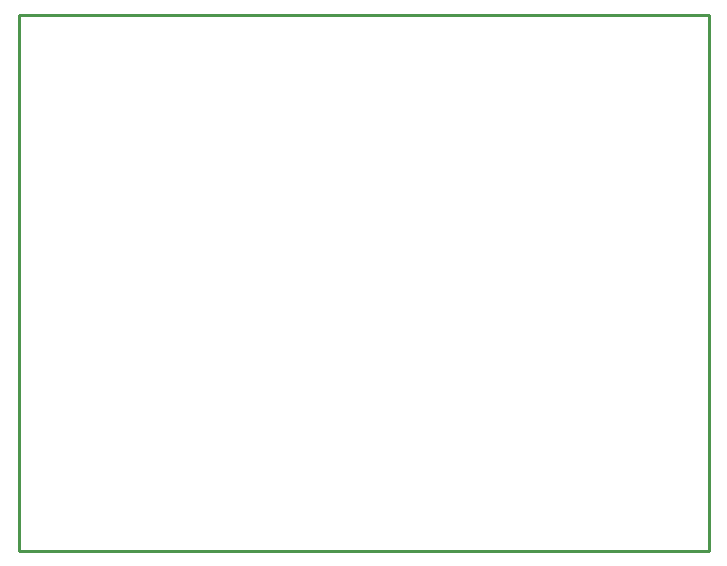
<source format=gbr>
G04 EAGLE Gerber RS-274X export*
G75*
%MOMM*%
%FSLAX34Y34*%
%LPD*%
%IN*%
%IPPOS*%
%AMOC8*
5,1,8,0,0,1.08239X$1,22.5*%
G01*
%ADD10C,0.254000*%


D10*
X-38100Y546100D02*
X545900Y546100D01*
X545900Y1000000D01*
X-38100Y1000000D01*
X-38100Y546100D01*
M02*

</source>
